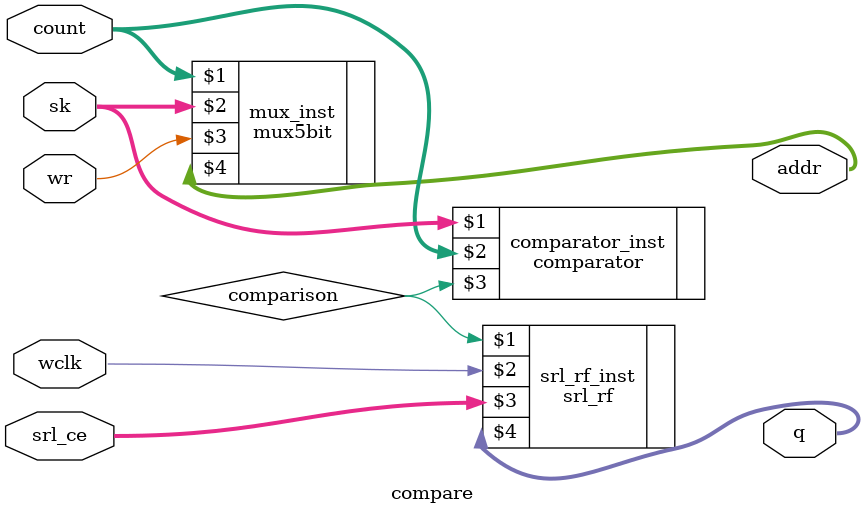
<source format=v>
module compare(
    input [4:0] sk,//key is used to write a rule 
    input [4:0] count,
    input[7:0] srl_ce,
    input wclk,
    input wr,
    output[7:0] q,
    output [4:0] addr
    );
wire comparison; 

(* dont_touch = "true" *) mux5bit mux_inst (count,sk,wr,addr);
(* dont_touch = "true" *) comparator #(5) comparator_inst(sk,count,comparison);
//(* dont_touch = "true" *) demux #(1,3,8) demux_inst(1,rule_id,srl_ce);
(* dont_touch = "true" *) srl_rf srl_rf_inst(comparison,wclk,srl_ce,q);

endmodule
</source>
